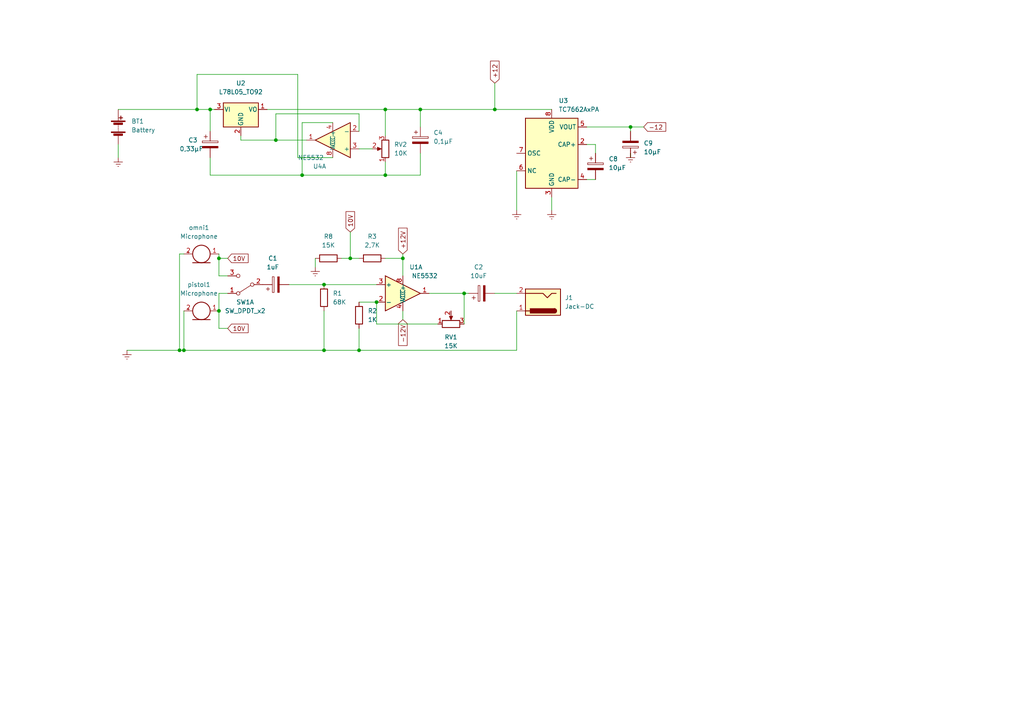
<source format=kicad_sch>
(kicad_sch (version 20211123) (generator eeschema)
  (paper "A4")
  (lib_symbols
    (symbol "Amplifier_Operational:NE5532" (pin_names (offset 0.127))
      (property "Reference" "U1" (at 3.81 7.62 0))
      (property "Value" "NE5532" (at 6.35 5.08 0))
      (symbol "NE5532_1_1"
        (polyline (pts (xy -5.08 5.08) (xy 5.08 0) (xy -5.08 -5.08) (xy -5.08 5.08)) (stroke (width 0.254)) (fill (type background)))
        (pin output line (at 7.62 0 180) (length 2.54) (name "~") (number "1"))
        (pin input line (at -7.62 -2.54 0) (length 2.54) (name "-") (number "2"))
        (pin input line (at -7.62 2.54 0) (length 2.54) (name "+") (number "3"))
        (pin input line (at 0 -5.08 90) (length 2.54) (name "VCC-") (number "4"))
        (pin input line (at 0 5.08 270) (length 2.54) (name "VCC+") (number "8"))
      )
      (symbol "NE5532_2_1"
        (polyline (pts (xy -5.08 5.08) (xy 5.08 0) (xy -5.08 -5.08) (xy -5.08 5.08)) (stroke (width 0.254)) (fill (type background)))
        (pin input line (at -7.62 2.54 0) (length 2.54) (name "+") (number "5"))
        (pin input line (at -7.62 -2.54 0) (length 2.54) (name "-") (number "6"))
        (pin output line (at 7.62 0 180) (length 2.54) (name "~") (number "7"))
      )
      (symbol "NE5532_3_1"
        (pin power_in line (at -2.54 -7.62 90) (length 3.81) (name "V-") (number "4"))
        (pin power_in line (at -2.54 7.62 270) (length 3.81) (name "V+") (number "8"))
      )
    )
    (symbol "Connector:Jack-DC" (pin_names (offset 1.016))
      (property "Reference" "J" (at 0 5.334 0))
      (property "Value" "Jack-DC" (at 0 -5.08 0))
      (symbol "Jack-DC_0_1"
        (rectangle (start -5.08 3.81) (end 5.08 -3.81) (stroke (width 0.254)) (fill (type background)))
        (arc (start -3.302 3.175) (mid -3.937 2.54) (end -3.302 1.905) (stroke (width 0.254)))
        (arc (start -3.302 3.175) (mid -3.937 2.54) (end -3.302 1.905) (stroke (width 0.254)) (fill (type outline)))
        (polyline (pts (xy 5.08 2.54) (xy 3.81 2.54)) (stroke (width 0.254)))
        (polyline (pts (xy -3.81 -2.54) (xy -2.54 -2.54) (xy -1.27 -1.27) (xy 0 -2.54) (xy 2.54 -2.54) (xy 5.08 -2.54)) (stroke (width 0.254)))
        (rectangle (start 3.683 3.175) (end -3.302 1.905) (stroke (width 0.254)) (fill (type outline)))
      )
      (symbol "Jack-DC_1_1"
        (pin passive line (at 7.62 2.54 180) (length 2.54) (name "~") (number "1"))
        (pin passive line (at 7.62 -2.54 180) (length 2.54) (name "~") (number "2"))
      )
    )
    (symbol "Converter_DCDC:TC7662AxPA"
      (property "Reference" "U" (at -6.35 11.43 0))
      (property "Value" "TC7662AxPA" (at 7.62 11.43 0))
      (symbol "TC7662AxPA_0_1"
        (rectangle (start -7.62 10.16) (end 7.62 -10.16) (stroke (width 0.254)) (fill (type background)))
      )
      (symbol "TC7662AxPA_1_1"
        (pin no_connect line (at -7.62 5.08 0) (length 2.54) hide (name "NC") (number "1"))
        (pin passive line (at 10.16 2.54 180) (length 2.54) (name "CAP+") (number "2"))
        (pin power_in line (at 0 -12.7 90) (length 2.54) (name "GND") (number "3"))
        (pin passive line (at 10.16 -7.62 180) (length 2.54) (name "CAP-") (number "4"))
        (pin power_out line (at 10.16 7.62 180) (length 2.54) (name "VOUT") (number "5"))
        (pin passive line (at -10.16 -5.08 0) (length 2.54) (name "NC") (number "6"))
        (pin passive line (at -10.16 0 0) (length 2.54) (name "OSC") (number "7"))
        (pin power_in line (at 0 12.7 270) (length 2.54) (name "VDD") (number "8"))
      )
    )
    (symbol "Device:Battery" (pin_numbers hide) (pin_names (offset 0) hide)
      (property "Reference" "BT" (at 2.54 2.54 0))
      (property "Value" "Battery" (at 2.54 0 0))
      (symbol "Battery_0_1"
        (rectangle (start -2.032 -1.397) (end 2.032 -1.651) (fill (type outline)))
        (rectangle (start -2.032 1.778) (end 2.032 1.524) (fill (type outline)))
        (rectangle (start -1.3208 -1.9812) (end 1.27 -2.4892) (fill (type outline)))
        (rectangle (start -1.3208 1.1938) (end 1.27 0.6858) (fill (type outline)))
        (polyline (pts (xy 0 -1.524) (xy 0 -1.27)))
        (polyline (pts (xy 0 -1.016) (xy 0 -0.762)))
        (polyline (pts (xy 0 -0.508) (xy 0 -0.254)))
        (polyline (pts (xy 0 0) (xy 0 0.254)))
        (polyline (pts (xy 0 0.508) (xy 0 0.762)))
        (polyline (pts (xy 0 1.778) (xy 0 2.54)))
        (polyline (pts (xy 0.254 2.667) (xy 1.27 2.667)) (stroke (width 0.254)))
        (polyline (pts (xy 0.762 3.175) (xy 0.762 2.159)) (stroke (width 0.254)))
      )
      (symbol "Battery_1_1"
        (pin passive line (at 0 5.08 270) (length 2.54) (name "+") (number "1"))
        (pin passive line (at 0 -5.08 90) (length 2.54) (name "-") (number "2"))
      )
    )
    (symbol "Device:C_Polarized" (pin_numbers hide) (pin_names (offset 0.254))
      (property "Reference" "C" (at 0.635 2.54 0))
      (property "Value" "C_Polarized" (at 0.635 -2.54 0))
      (symbol "C_Polarized_0_1"
        (rectangle (start -2.286 0.508) (end 2.286 1.016))
        (polyline (pts (xy -1.778 2.286) (xy -0.762 2.286)))
        (polyline (pts (xy -1.27 2.794) (xy -1.27 1.778)))
        (rectangle (start 2.286 -0.508) (end -2.286 -1.016) (fill (type outline)))
      )
      (symbol "C_Polarized_1_1"
        (pin passive line (at 0 3.81 270) (length 2.794) (name "~") (number "1"))
        (pin passive line (at 0 -3.81 90) (length 2.794) (name "~") (number "2"))
      )
    )
    (symbol "Device:Microphone" (pin_names (offset 0.0254) hide)
      (property "Reference" "MK" (at -3.81 1.27 0))
      (property "Value" "Microphone" (at -3.81 -0.635 0))
      (symbol "Microphone_0_1"
        (polyline (pts (xy -2.54 2.54) (xy -2.54 -2.54)) (stroke (width 0.254)))
        (polyline (pts (xy 0.254 3.81) (xy 0.762 3.81)))
        (polyline (pts (xy 0.508 4.064) (xy 0.508 3.556)))
        (circle (center 0 0) (radius 2.54) (stroke (width 0.254)))
      )
      (symbol "Microphone_1_1"
        (pin passive line (at 0 -5.08 90) (length 2.54) (name "-") (number "1"))
        (pin passive line (at 0 5.08 270) (length 2.54) (name "+") (number "2"))
      )
    )
    (symbol "Device:R" (pin_numbers hide) (pin_names (offset 0))
      (property "Reference" "R" (at 2.032 0 90))
      (property "Value" "R" (at 0 0 90))
      (symbol "R_0_1"
        (rectangle (start -1.016 -2.54) (end 1.016 2.54) (stroke (width 0.254)))
      )
      (symbol "R_1_1"
        (pin passive line (at 0 3.81 270) (length 1.27) (name "~") (number "1"))
        (pin passive line (at 0 -3.81 90) (length 1.27) (name "~") (number "2"))
      )
    )
    (symbol "Device:R_Potentiometer" (pin_names (offset 1.016) hide)
      (property "Reference" "RV" (at -4.445 0 90))
      (property "Value" "R_Potentiometer" (at -2.54 0 90))
      (symbol "R_Potentiometer_0_1"
        (polyline (pts (xy 2.54 0) (xy 1.524 0)))
        (polyline (pts (xy 1.143 0) (xy 2.286 0.508) (xy 2.286 -0.508) (xy 1.143 0)) (fill (type outline)))
        (rectangle (start 1.016 2.54) (end -1.016 -2.54) (stroke (width 0.254)))
      )
      (symbol "R_Potentiometer_1_1"
        (pin passive line (at 0 3.81 270) (length 1.27) (name "1") (number "1"))
        (pin passive line (at 3.81 0 180) (length 1.27) (name "2") (number "2"))
        (pin passive line (at 0 -3.81 90) (length 1.27) (name "3") (number "3"))
      )
    )
    (symbol "Regulator_Linear:L78L05_TO92" (pin_names (offset 0.254))
      (property "Reference" "U" (at -3.81 3.175 0))
      (property "Value" "L78L05_TO92" (at 0 3.175 0))
      (symbol "L78L05_TO92_0_1"
        (rectangle (start -5.08 -5.08) (end 5.08 1.905) (stroke (width 0.254)) (fill (type background)))
      )
      (symbol "L78L05_TO92_1_1"
        (pin power_out line (at 7.62 0 180) (length 2.54) (name "VO") (number "1"))
        (pin power_in line (at 0 -7.62 90) (length 2.54) (name "GND") (number "2"))
        (pin power_in line (at -7.62 0 0) (length 2.54) (name "VI") (number "3"))
      )
    )
    (symbol "Switch:SW_DPDT_x2" (pin_names (offset 0) hide)
      (property "Reference" "SW" (at 0 4.318 0))
      (property "Value" "SW_DPDT_x2" (at 0 -5.08 0))
      (symbol "SW_DPDT_x2_0_0"
        (circle (center -2.032 0) (radius 0.508))
        (circle (center 2.032 -2.54) (radius 0.508))
      )
      (symbol "SW_DPDT_x2_0_1"
        (polyline (pts (xy -1.524 0.254) (xy 1.651 2.286)))
        (circle (center 2.032 2.54) (radius 0.508))
      )
      (symbol "SW_DPDT_x2_1_1"
        (pin passive line (at 5.08 2.54 180) (length 2.54) (name "A") (number "1"))
        (pin passive line (at -5.08 0 0) (length 2.54) (name "B") (number "2"))
        (pin passive line (at 5.08 -2.54 180) (length 2.54) (name "C") (number "3"))
      )
      (symbol "SW_DPDT_x2_2_1"
        (pin passive line (at 5.08 2.54 180) (length 2.54) (name "A") (number "4"))
        (pin passive line (at -5.08 0 0) (length 2.54) (name "B") (number "5"))
        (pin passive line (at 5.08 -2.54 180) (length 2.54) (name "C") (number "6"))
      )
    )
    (symbol "power:Earth" (power) (pin_names (offset 0))
      (symbol "Earth_0_1"
        (polyline (pts (xy -0.635 -1.905) (xy 0.635 -1.905)))
        (polyline (pts (xy -0.127 -2.54) (xy 0.127 -2.54)))
        (polyline (pts (xy 0 -1.27) (xy 0 0)))
        (polyline (pts (xy 1.27 -1.27) (xy -1.27 -1.27)))
      )
      (symbol "Earth_1_1"
        (pin power_in line (at 0 0 270) (length 0) hide (name "Earth") (number "1"))
      )
    )
  )
  (junction (at 134.62 85.09))
  (junction (at 109.22 87.63))
  (junction (at 116.84 74.93))
  (junction (at 93.98 82.55))
  (junction (at 60.96 31.75))
  (junction (at 52.07 101.6))
  (junction (at 101.6 74.93))
  (junction (at 63.5 90.17))
  (junction (at 63.5 74.93))
  (junction (at 87.63 50.8))
  (junction (at 53.34 101.6))
  (junction (at 111.76 31.75))
  (junction (at 80.01 40.64))
  (junction (at 104.14 101.6))
  (junction (at 57.15 31.75))
  (junction (at 121.92 31.75))
  (junction (at 143.51 31.75))
  (junction (at 111.76 50.8))
  (junction (at 182.88 36.83))
  (junction (at 93.98 101.6))
  (wire (pts (xy 96.52 35.56) (xy 87.63 35.56)))
  (wire (pts (xy 63.5 74.93) (xy 63.5 80.01)))
  (wire (pts (xy 104.14 87.63) (xy 109.22 87.63)))
  (wire (pts (xy 111.76 74.93) (xy 116.84 74.93)))
  (wire (pts (xy 69.85 39.37) (xy 69.85 40.64)))
  (wire (pts (xy 63.5 74.93) (xy 66.04 74.93)))
  (wire (pts (xy 109.22 87.63) (xy 109.22 93.98)))
  (wire (pts (xy 60.96 31.75) (xy 60.96 38.1)))
  (wire (pts (xy 121.92 31.75) (xy 143.51 31.75)))
  (wire (pts (xy 182.88 38.1) (xy 182.88 36.83)))
  (wire (pts (xy 104.14 38.1) (xy 104.14 33.02)))
  (wire (pts (xy 104.14 33.02) (xy 80.01 33.02)))
  (wire (pts (xy 36.83 101.6) (xy 52.07 101.6)))
  (wire (pts (xy 34.29 41.91) (xy 34.29 45.72)))
  (wire (pts (xy 77.47 31.75) (xy 111.76 31.75)))
  (wire (pts (xy 66.04 85.09) (xy 63.5 85.09)))
  (wire (pts (xy 52.07 101.6) (xy 53.34 101.6)))
  (wire (pts (xy 63.5 85.09) (xy 63.5 90.17)))
  (wire (pts (xy 53.34 73.66) (xy 52.07 73.66)))
  (wire (pts (xy 83.82 82.55) (xy 93.98 82.55)))
  (wire (pts (xy 93.98 101.6) (xy 104.14 101.6)))
  (wire (pts (xy 182.88 36.83) (xy 186.69 36.83)))
  (wire (pts (xy 34.29 31.75) (xy 57.15 31.75)))
  (wire (pts (xy 143.51 24.13) (xy 143.51 31.75)))
  (wire (pts (xy 104.14 43.18) (xy 107.95 43.18)))
  (wire (pts (xy 86.36 21.59) (xy 57.15 21.59)))
  (wire (pts (xy 182.88 45.72) (xy 182.88 44.45)))
  (wire (pts (xy 121.92 44.45) (xy 121.92 50.8)))
  (wire (pts (xy 101.6 74.93) (xy 104.14 74.93)))
  (wire (pts (xy 96.52 45.72) (xy 86.36 45.72)))
  (wire (pts (xy 60.96 31.75) (xy 62.23 31.75)))
  (wire (pts (xy 143.51 31.75) (xy 160.02 31.75)))
  (wire (pts (xy 57.15 21.59) (xy 57.15 31.75)))
  (wire (pts (xy 160.02 57.15) (xy 160.02 60.96)))
  (wire (pts (xy 104.14 95.25) (xy 104.14 101.6)))
  (wire (pts (xy 124.46 85.09) (xy 134.62 85.09)))
  (wire (pts (xy 91.44 74.93) (xy 91.44 77.47)))
  (wire (pts (xy 52.07 73.66) (xy 52.07 101.6)))
  (wire (pts (xy 104.14 101.6) (xy 149.86 101.6)))
  (wire (pts (xy 53.34 101.6) (xy 93.98 101.6)))
  (wire (pts (xy 93.98 82.55) (xy 109.22 82.55)))
  (wire (pts (xy 182.88 36.83) (xy 170.18 36.83)))
  (wire (pts (xy 134.62 85.09) (xy 135.89 85.09)))
  (wire (pts (xy 116.84 90.17) (xy 116.84 92.71)))
  (wire (pts (xy 69.85 40.64) (xy 80.01 40.64)))
  (wire (pts (xy 143.51 85.09) (xy 149.86 85.09)))
  (wire (pts (xy 116.84 74.93) (xy 116.84 80.01)))
  (wire (pts (xy 111.76 50.8) (xy 111.76 46.99)))
  (wire (pts (xy 80.01 40.64) (xy 88.9 40.64)))
  (wire (pts (xy 53.34 90.17) (xy 53.34 101.6)))
  (wire (pts (xy 134.62 85.09) (xy 134.62 93.98)))
  (wire (pts (xy 121.92 50.8) (xy 111.76 50.8)))
  (wire (pts (xy 172.72 44.45) (xy 172.72 41.91)))
  (wire (pts (xy 63.5 80.01) (xy 66.04 80.01)))
  (wire (pts (xy 111.76 31.75) (xy 111.76 39.37)))
  (wire (pts (xy 111.76 31.75) (xy 121.92 31.75)))
  (wire (pts (xy 63.5 95.25) (xy 63.5 90.17)))
  (wire (pts (xy 101.6 67.31) (xy 101.6 74.93)))
  (wire (pts (xy 99.06 74.93) (xy 101.6 74.93)))
  (wire (pts (xy 60.96 45.72) (xy 60.96 50.8)))
  (wire (pts (xy 93.98 90.17) (xy 93.98 101.6)))
  (wire (pts (xy 60.96 50.8) (xy 87.63 50.8)))
  (wire (pts (xy 116.84 74.93) (xy 116.84 73.66)))
  (wire (pts (xy 149.86 90.17) (xy 149.86 101.6)))
  (wire (pts (xy 149.86 49.53) (xy 149.86 60.96)))
  (wire (pts (xy 63.5 73.66) (xy 63.5 74.93)))
  (wire (pts (xy 57.15 31.75) (xy 60.96 31.75)))
  (wire (pts (xy 66.04 95.25) (xy 63.5 95.25)))
  (wire (pts (xy 127 93.98) (xy 109.22 93.98)))
  (wire (pts (xy 86.36 21.59) (xy 86.36 45.72)))
  (wire (pts (xy 172.72 41.91) (xy 170.18 41.91)))
  (wire (pts (xy 87.63 35.56) (xy 87.63 50.8)))
  (wire (pts (xy 80.01 33.02) (xy 80.01 40.64)))
  (wire (pts (xy 87.63 50.8) (xy 111.76 50.8)))
  (wire (pts (xy 121.92 31.75) (xy 121.92 36.83)))
  (wire (pts (xy 172.72 52.07) (xy 170.18 52.07)))
  (global_label "-12V" (shape input) (at 116.84 92.71 270) (property "Références Inter-Feuilles" "${INTERSHEET_REFS}" (effects hide)))
  (global_label "10V" (shape input) (at 66.04 74.93 0) (property "Références Inter-Feuilles" "${INTERSHEET_REFS}" (effects hide)))
  (global_label "10V" (shape input) (at 66.04 95.25 0) (property "Références Inter-Feuilles" "${INTERSHEET_REFS}" (effects hide)))
  (global_label "-12" (shape input) (at 186.69 36.83 0) (property "Références Inter-Feuilles" "${INTERSHEET_REFS}" (effects hide)))
  (global_label "+12V" (shape input) (at 116.84 73.66 90) (property "Références Inter-Feuilles" "${INTERSHEET_REFS}" (effects hide)))
  (global_label "10V" (shape input) (at 101.6 67.31 90) (property "Références Inter-Feuilles" "${INTERSHEET_REFS}" (effects hide)))
  (global_label "+12" (shape input) (at 143.51 24.13 90) (property "Références Inter-Feuilles" "${INTERSHEET_REFS}" (effects hide)))
  (symbol (lib_id "Device:Microphone") (at 58.42 90.17 90) (unit 1)
    (property "Reference" "pistol1" (at 57.7215 82.55 90))
    (property "Value" "Microphone" (at 57.7215 85.09 90))
    (property "Footprint" "Connector_Pin:Pin_D0.9mm_L10.0mm_W2.4mm_FlatFork" (effects hide))
  )
  (symbol (lib_id "Connector:Jack-DC") (at 157.48 87.63 180) (unit 1)
    (property "Reference" "J1" (at 163.83 86.3599 0) (effects (justify right)))
    (property "Value" "Jack-DC" (at 163.83 88.8999 0) (effects (justify right)))
    (property "Footprint" "Connector_Audio:Jack_3.5mm_CUI_SJ-3523-SMT_Horizontal" (effects hide))
  )
  (symbol (lib_id "Converter_DCDC:TC7662AxPA") (at 160.02 44.45 0) (unit 1)
    (property "Reference" "U3" (at 162.0394 29.21 0) (effects (justify left)))
    (property "Value" "TC7662AxPA" (at 162.0394 31.75 0) (effects (justify left)))
    (property "Footprint" "Package_DIP:DIP-8_W7.62mm" (effects hide))
    (property "Datasheet" "http://ww1.microchip.com/downloads/en/DeviceDoc/21468B.pdf" (effects hide))
  )
  (symbol (lib_id "Device:C_Polarized") (at 182.88 41.91 180) (unit 1)
    (property "Reference" "C9" (at 186.69 41.5289 0) (effects (justify right)))
    (property "Value" "10µF" (at 186.69 44.0689 0) (effects (justify right)))
  )
  (symbol (lib_id "Amplifier_Operational:NE5532") (at 116.84 85.09 0) (unit 1)
    (property "Reference" "U1" (at 120.65 77.47 0))
    (property "Value" "NE5532" (at 123.19 80.01 0))
    (property "Footprint" "Package_DIP:DIP-8_W7.62mm_SMDSocket_SmallPads" (effects hide))
    (property "Datasheet" "http://www.ti.com/lit/ds/symlink/ne5532.pdf" (effects hide))
  )
  (symbol (lib_id "Regulator_Linear:L78L05_TO92") (at 69.85 31.75 0) (unit 1)
    (property "Reference" "U2" (at 69.85 24.13 0))
    (property "Value" "L78L05_TO92" (at 69.85 26.67 0))
    (property "Footprint" "Package_TO_SOT_THT:TO-92_Inline" (effects hide))
    (property "Datasheet" "http://www.st.com/content/ccc/resource/technical/document/datasheet/15/55/e5/aa/23/5b/43/fd/CD00000446.pdf/files/CD00000446.pdf/jcr:content/translations/en.CD00000446.pdf" (effects hide))
  )
  (symbol (lib_id "power:Earth") (at 149.86 60.96 0) (unit 1)
    (property "Reference" "#PWR?" (effects hide))
    (property "Value" "Earth" (effects hide))
  )
  (symbol (lib_id "Device:C_Polarized") (at 60.96 41.91 0) (unit 1)
    (property "Reference" "C3" (at 54.61 40.64 0) (effects (justify left)))
    (property "Value" "0,33µF" (at 52.07 43.18 0) (effects (justify left)))
    (property "Footprint" "Capacitor_THT:CP_Radial_Tantal_D5.0mm_P5.00mm" (effects hide))
  )
  (symbol (lib_id "power:Earth") (at 34.29 45.72 0) (unit 1)
    (property "Reference" "#PWR0102" (effects hide))
    (property "Value" "Earth" (effects hide))
  )
  (symbol (lib_id "Device:Battery") (at 34.29 36.83 0) (unit 1)
    (property "Reference" "BT1" (at 38.1 35.1789 0) (effects (justify left)))
    (property "Value" "Battery" (at 38.1 37.7189 0) (effects (justify left)))
    (property "Footprint" "Battery:BatteryHolder_Keystone_1042_1x18650" (effects hide))
  )
  (symbol (lib_id "Device:R_Potentiometer") (at 130.81 93.98 90) (unit 1)
    (property "Reference" "RV1" (at 130.81 97.79 90))
    (property "Value" "15K" (at 130.81 100.33 90))
    (property "Footprint" "Potentiometer_THT:Potentiometer_ACP_CA6-H2,5_Horizontal" (effects hide))
  )
  (symbol (lib_id "Device:C_Polarized") (at 172.72 48.26 0) (unit 1)
    (property "Reference" "C8" (at 176.53 46.1009 0) (effects (justify left)))
    (property "Value" "10µF" (at 176.53 48.6409 0) (effects (justify left)))
  )
  (symbol (lib_id "power:Earth") (at 182.88 44.45 0) (unit 1)
    (property "Reference" "#PWR?" (effects hide))
    (property "Value" "Earth" (effects hide))
  )
  (symbol (lib_id "Device:C_Polarized") (at 139.7 85.09 90) (unit 1)
    (property "Reference" "C2" (at 138.811 77.47 90))
    (property "Value" "10uF" (at 138.811 80.01 90))
    (property "Footprint" "Capacitor_THT:CP_Radial_Tantal_D5.0mm_P5.00mm" (effects hide))
  )
  (symbol (lib_id "Device:R") (at 95.25 74.93 90) (unit 1)
    (property "Reference" "R8" (at 95.25 68.58 90))
    (property "Value" "15K" (at 95.25 71.12 90))
  )
  (symbol (lib_id "Device:R_Potentiometer") (at 111.76 43.18 180) (unit 1)
    (property "Reference" "RV2" (at 114.3 41.9099 0) (effects (justify right)))
    (property "Value" "10K" (at 114.3 44.4499 0) (effects (justify right)))
    (property "Footprint" "Potentiometer_THT:Potentiometer_ACP_CA6-H2,5_Horizontal" (effects hide))
  )
  (symbol (lib_id "Device:R") (at 107.95 74.93 90) (unit 1)
    (property "Reference" "R3" (at 107.95 68.58 90))
    (property "Value" "2,7K" (at 107.95 71.12 90))
    (property "Footprint" "Resistor_SMD:R_0402_1005Metric" (effects hide))
  )
  (symbol (lib_id "power:Earth") (at 36.83 101.6 0) (unit 1)
    (property "Reference" "#PWR0101" (effects hide))
    (property "Value" "Earth" (effects hide))
  )
  (symbol (lib_id "Switch:SW_DPDT_x2") (at 71.12 82.55 180) (unit 1)
    (property "Reference" "SW1" (at 71.12 87.63 0))
    (property "Value" "SW_DPDT_x2" (at 71.12 90.17 0))
    (property "Footprint" "Button_Switch_THT:SW_CuK_JS202011AQN_DPDT_Angled" (effects hide))
  )
  (symbol (lib_id "Device:Microphone") (at 58.42 73.66 90) (unit 1)
    (property "Reference" "omni1" (at 57.7215 66.04 90))
    (property "Value" "Microphone" (at 57.7215 68.58 90))
    (property "Footprint" "Connector_Pin:Pin_D0.9mm_L10.0mm_W2.4mm_FlatFork" (effects hide))
  )
  (symbol (lib_id "Device:C_Polarized") (at 121.92 40.64 0) (unit 1)
    (property "Reference" "C4" (at 125.73 38.4809 0) (effects (justify left)))
    (property "Value" "0,1µF" (at 125.73 41.0209 0) (effects (justify left)))
    (property "Footprint" "Capacitor_THT:CP_Radial_Tantal_D5.0mm_P5.00mm" (effects hide))
  )
  (symbol (lib_id "Device:C_Polarized") (at 80.01 82.55 90) (unit 1)
    (property "Reference" "C1" (at 79.121 74.93 90))
    (property "Value" "1uF" (at 79.121 77.47 90))
    (property "Footprint" "Capacitor_THT:CP_Radial_Tantal_D5.0mm_P5.00mm" (effects hide))
  )
  (symbol (lib_id "Device:R") (at 104.14 91.44 0) (unit 1)
    (property "Reference" "R2" (at 106.68 90.1699 0) (effects (justify left)))
    (property "Value" "1K" (at 106.68 92.7099 0) (effects (justify left)))
    (property "Footprint" "Resistor_SMD:R_0402_1005Metric" (effects hide))
  )
  (symbol (lib_id "power:Earth") (at 160.02 60.96 0) (unit 1)
    (property "Reference" "#PWR0104" (effects hide))
    (property "Value" "Earth" (effects hide))
  )
  (symbol (lib_id "power:Earth") (at 91.44 77.47 0) (unit 1)
    (property "Reference" "#PWR?" (effects hide))
    (property "Value" "Earth" (effects hide))
  )
  (symbol (lib_id "Device:R") (at 93.98 86.36 0) (unit 1)
    (property "Reference" "R1" (at 96.52 85.0899 0) (effects (justify left)))
    (property "Value" "68K" (at 96.52 87.6299 0) (effects (justify left)))
    (property "Footprint" "Resistor_SMD:R_0402_1005Metric" (effects hide))
  )
  (symbol (lib_id "Amplifier_Operational:NE5532") (at 96.52 40.64 180) (unit 1)
    (property "Reference" "U4" (at 92.71 48.26 0))
    (property "Value" "NE5532" (at 90.17 45.72 0))
    (property "Footprint" "Package_DIP:DIP-8_W7.62mm_SMDSocket_SmallPads" (effects hide))
    (property "Datasheet" "http://www.ti.com/lit/ds/symlink/ne5532.pdf" (effects hide))
  )
)
</source>
